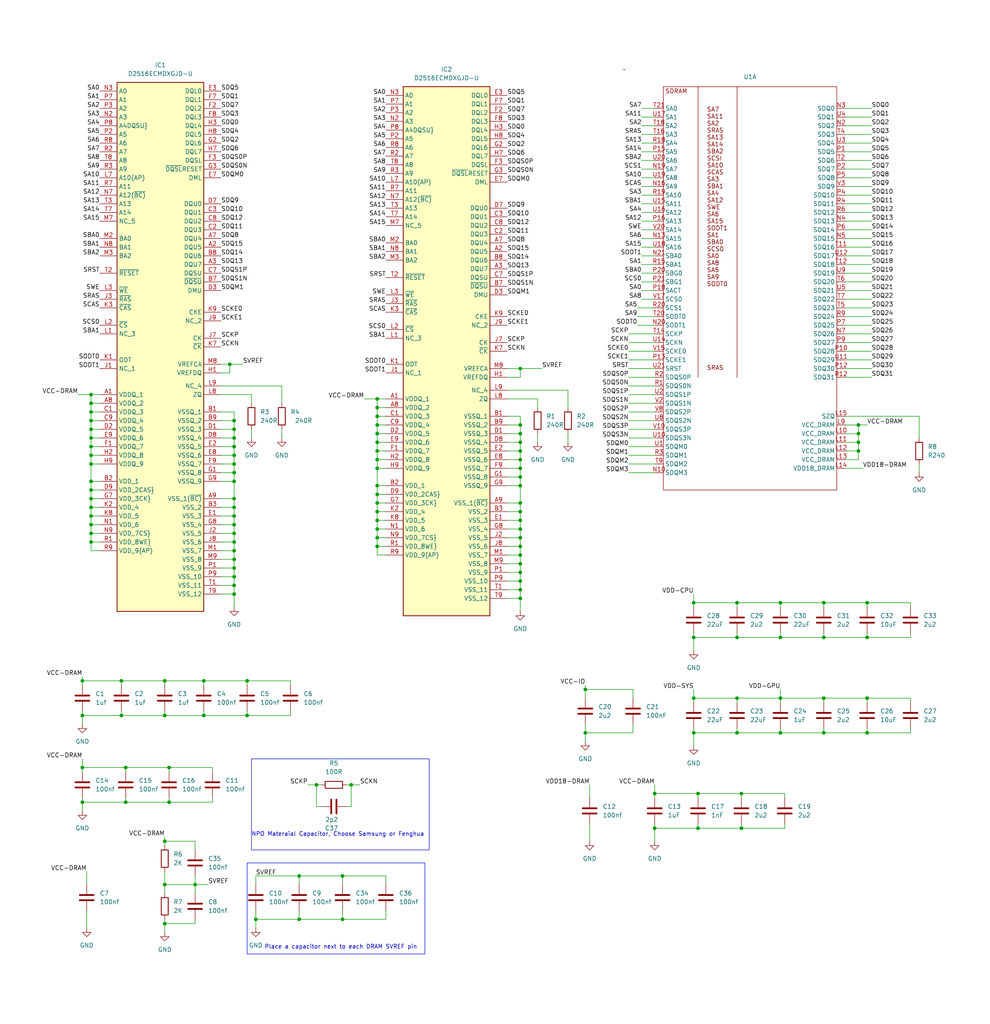
<source format=kicad_sch>
(kicad_sch (version 20230121) (generator eeschema)
  (paper "User" 289.992 299.999)
  (title_block (date "2023-06-28"))
  (junction (at 26.67 153.67))
  (junction (at 152.4 107.95))
  (junction (at 152.4 175.26))
  (junction (at 215.9 204.47))
  (junction (at 68.58 130.81))
  (junction (at 110.49 119.38))
  (junction (at 152.4 139.7))
  (junction (at 48.26 270.51))
  (junction (at 152.4 172.72))
  (junction (at 57.15 259.08))
  (junction (at 36.83 224.79))
  (junction (at 171.45 214.63))
  (junction (at 68.58 140.97))
  (junction (at 251.46 127))
  (junction (at 152.4 165.1))
  (junction (at 152.4 132.08))
  (junction (at 102.87 229.87))
  (junction (at 35.56 209.55))
  (junction (at 110.49 144.78))
  (junction (at 152.4 134.62))
  (junction (at 59.69 199.39))
  (junction (at 68.58 128.27))
  (junction (at 35.56 199.39))
  (junction (at 26.67 118.11))
  (junction (at 152.4 154.94))
  (junction (at 191.77 242.57))
  (junction (at 68.58 138.43))
  (junction (at 26.67 135.89))
  (junction (at 152.4 149.86))
  (junction (at 26.67 158.75))
  (junction (at 110.49 149.86))
  (junction (at 67.31 106.68))
  (junction (at 26.67 146.05))
  (junction (at 228.6 204.47))
  (junction (at 217.17 232.41))
  (junction (at 110.49 142.24))
  (junction (at 191.77 232.41))
  (junction (at 241.3 204.47))
  (junction (at 152.4 124.46))
  (junction (at 68.58 173.99))
  (junction (at 26.67 125.73))
  (junction (at 204.47 242.57))
  (junction (at 228.6 186.69))
  (junction (at 251.46 129.54))
  (junction (at 26.67 123.19))
  (junction (at 68.58 163.83))
  (junction (at 26.67 128.27))
  (junction (at 68.58 151.13))
  (junction (at 49.53 224.79))
  (junction (at 87.63 256.54))
  (junction (at 110.49 116.84))
  (junction (at 24.13 209.55))
  (junction (at 215.9 176.53))
  (junction (at 152.4 129.54))
  (junction (at 68.58 171.45))
  (junction (at 49.53 234.95))
  (junction (at 26.67 140.97))
  (junction (at 204.47 232.41))
  (junction (at 203.2 214.63))
  (junction (at 110.49 121.92))
  (junction (at 68.58 168.91))
  (junction (at 100.33 269.24))
  (junction (at 203.2 176.53))
  (junction (at 110.49 124.46))
  (junction (at 26.67 133.35))
  (junction (at 110.49 129.54))
  (junction (at 74.93 269.24))
  (junction (at 59.69 209.55))
  (junction (at 87.63 269.24))
  (junction (at 241.3 186.69))
  (junction (at 217.17 242.57))
  (junction (at 152.4 147.32))
  (junction (at 72.39 209.55))
  (junction (at 110.49 160.02))
  (junction (at 110.49 137.16))
  (junction (at 68.58 123.19))
  (junction (at 203.2 204.47))
  (junction (at 110.49 132.08))
  (junction (at 72.39 199.39))
  (junction (at 110.49 134.62))
  (junction (at 251.46 124.46))
  (junction (at 241.3 214.63))
  (junction (at 110.49 154.94))
  (junction (at 24.13 199.39))
  (junction (at 26.67 115.57))
  (junction (at 110.49 152.4))
  (junction (at 241.3 176.53))
  (junction (at 68.58 133.35))
  (junction (at 68.58 125.73))
  (junction (at 68.58 156.21))
  (junction (at 152.4 137.16))
  (junction (at 26.67 148.59))
  (junction (at 48.26 199.39))
  (junction (at 251.46 132.08))
  (junction (at 68.58 161.29))
  (junction (at 171.45 201.93))
  (junction (at 228.6 176.53))
  (junction (at 24.13 224.79))
  (junction (at 26.67 143.51))
  (junction (at 68.58 148.59))
  (junction (at 152.4 170.18))
  (junction (at 68.58 135.89))
  (junction (at 152.4 167.64))
  (junction (at 26.67 130.81))
  (junction (at 48.26 209.55))
  (junction (at 110.49 147.32))
  (junction (at 100.33 256.54))
  (junction (at 152.4 157.48))
  (junction (at 36.83 234.95))
  (junction (at 228.6 214.63))
  (junction (at 152.4 162.56))
  (junction (at 215.9 186.69))
  (junction (at 152.4 127))
  (junction (at 26.67 156.21))
  (junction (at 68.58 146.05))
  (junction (at 24.13 234.95))
  (junction (at 254 186.69))
  (junction (at 110.49 127))
  (junction (at 203.2 186.69))
  (junction (at 254 176.53))
  (junction (at 68.58 158.75))
  (junction (at 92.71 229.87))
  (junction (at 152.4 142.24))
  (junction (at 215.9 214.63))
  (junction (at 26.67 120.65))
  (junction (at 110.49 157.48))
  (junction (at 26.67 151.13))
  (junction (at 254 214.63))
  (junction (at 152.4 152.4))
  (junction (at 48.26 259.08))
  (junction (at 48.26 246.38))
  (junction (at 152.4 160.02))
  (junction (at 68.58 166.37))
  (junction (at 68.58 153.67))
  (junction (at 254 204.47))
  (wire (pts (xy 102.87 229.87) (xy 102.87 236.22)))
  (wire (pts (xy 187.96 67.31) (xy 191.77 67.31)))
  (wire (pts (xy 24.13 224.79) (xy 24.13 226.06)))
  (wire (pts (xy 85.09 208.28) (xy 85.09 209.55)))
  (wire (pts (xy 57.15 256.54) (xy 57.15 259.08)))
  (wire (pts (xy 64.77 153.67) (xy 68.58 153.67)))
  (wire (pts (xy 152.4 154.94) (xy 152.4 157.48)))
  (wire (pts (xy 172.72 229.87) (xy 172.72 233.68)))
  (wire (pts (xy 255.27 80.01) (xy 247.65 80.01)))
  (wire (pts (xy 184.15 100.33) (xy 191.77 100.33)))
  (wire (pts (xy 64.77 138.43) (xy 68.58 138.43)))
  (wire (pts (xy 187.96 62.23) (xy 191.77 62.23)))
  (wire (pts (xy 72.39 199.39) (xy 72.39 200.66)))
  (wire (pts (xy 64.77 140.97) (xy 68.58 140.97)))
  (wire (pts (xy 100.33 269.24) (xy 113.03 269.24)))
  (wire (pts (xy 215.9 213.36) (xy 215.9 214.63)))
  (wire (pts (xy 67.31 109.22) (xy 67.31 106.68)))
  (wire (pts (xy 251.46 132.08) (xy 251.46 129.54)))
  (wire (pts (xy 241.3 186.69) (xy 254 186.69)))
  (wire (pts (xy 101.6 229.87) (xy 102.87 229.87)))
  (wire (pts (xy 148.59 129.54) (xy 152.4 129.54)))
  (wire (pts (xy 110.49 124.46) (xy 110.49 121.92)))
  (wire (pts (xy 255.27 36.83) (xy 247.65 36.83)))
  (wire (pts (xy 26.67 125.73) (xy 26.67 123.19)))
  (wire (pts (xy 110.49 119.38) (xy 110.49 116.84)))
  (wire (pts (xy 24.13 198.12) (xy 24.13 199.39)))
  (wire (pts (xy 148.59 167.64) (xy 152.4 167.64)))
  (wire (pts (xy 87.63 256.54) (xy 100.33 256.54)))
  (wire (pts (xy 152.4 147.32) (xy 152.4 149.86)))
  (wire (pts (xy 191.77 232.41) (xy 191.77 233.68)))
  (wire (pts (xy 191.77 241.3) (xy 191.77 242.57)))
  (wire (pts (xy 110.49 137.16) (xy 110.49 134.62)))
  (wire (pts (xy 48.26 208.28) (xy 48.26 209.55)))
  (wire (pts (xy 67.31 106.68) (xy 71.12 106.68)))
  (wire (pts (xy 26.67 128.27) (xy 26.67 125.73)))
  (wire (pts (xy 255.27 82.55) (xy 247.65 82.55)))
  (wire (pts (xy 247.65 129.54) (xy 251.46 129.54)))
  (wire (pts (xy 68.58 123.19) (xy 68.58 125.73)))
  (wire (pts (xy 228.6 185.42) (xy 228.6 186.69)))
  (wire (pts (xy 24.13 234.95) (xy 24.13 237.49)))
  (wire (pts (xy 251.46 134.62) (xy 251.46 132.08)))
  (wire (pts (xy 148.59 170.18) (xy 152.4 170.18)))
  (wire (pts (xy 26.67 120.65) (xy 29.21 120.65)))
  (wire (pts (xy 215.9 185.42) (xy 215.9 186.69)))
  (wire (pts (xy 255.27 49.53) (xy 247.65 49.53)))
  (wire (pts (xy 171.45 201.93) (xy 171.45 204.47)))
  (wire (pts (xy 68.58 130.81) (xy 68.58 133.35)))
  (wire (pts (xy 228.6 186.69) (xy 241.3 186.69)))
  (wire (pts (xy 148.59 127) (xy 152.4 127)))
  (wire (pts (xy 152.4 172.72) (xy 152.4 175.26)))
  (wire (pts (xy 152.4 132.08) (xy 152.4 134.62)))
  (wire (pts (xy 255.27 87.63) (xy 247.65 87.63)))
  (wire (pts (xy 148.59 110.49) (xy 152.4 110.49)))
  (wire (pts (xy 215.9 204.47) (xy 215.9 205.74)))
  (wire (pts (xy 64.77 151.13) (xy 68.58 151.13)))
  (wire (pts (xy 255.27 77.47) (xy 247.65 77.47)))
  (wire (pts (xy 26.67 123.19) (xy 26.67 120.65)))
  (wire (pts (xy 24.13 222.25) (xy 24.13 224.79)))
  (wire (pts (xy 24.13 208.28) (xy 24.13 209.55)))
  (wire (pts (xy 148.59 116.84) (xy 157.48 116.84)))
  (wire (pts (xy 152.4 107.95) (xy 152.4 110.49)))
  (wire (pts (xy 110.49 157.48) (xy 113.03 157.48)))
  (wire (pts (xy 187.96 39.37) (xy 191.77 39.37)))
  (wire (pts (xy 110.49 154.94) (xy 113.03 154.94)))
  (wire (pts (xy 254 204.47) (xy 266.7 204.47)))
  (wire (pts (xy 152.4 142.24) (xy 152.4 147.32)))
  (wire (pts (xy 148.59 137.16) (xy 152.4 137.16)))
  (wire (pts (xy 26.67 130.81) (xy 26.67 128.27)))
  (wire (pts (xy 217.17 232.41) (xy 217.17 233.68)))
  (wire (pts (xy 204.47 241.3) (xy 204.47 242.57)))
  (wire (pts (xy 152.4 160.02) (xy 152.4 162.56)))
  (wire (pts (xy 62.23 224.79) (xy 62.23 226.06)))
  (wire (pts (xy 187.96 54.61) (xy 191.77 54.61)))
  (wire (pts (xy 148.59 107.95) (xy 152.4 107.95)))
  (wire (pts (xy 241.3 214.63) (xy 254 214.63)))
  (wire (pts (xy 148.59 152.4) (xy 152.4 152.4)))
  (wire (pts (xy 49.53 224.79) (xy 49.53 226.06)))
  (wire (pts (xy 254 185.42) (xy 254 186.69)))
  (wire (pts (xy 152.4 149.86) (xy 152.4 152.4)))
  (wire (pts (xy 100.33 256.54) (xy 100.33 259.08)))
  (wire (pts (xy 68.58 125.73) (xy 68.58 128.27)))
  (wire (pts (xy 92.71 229.87) (xy 93.98 229.87)))
  (wire (pts (xy 100.33 266.7) (xy 100.33 269.24)))
  (wire (pts (xy 172.72 241.3) (xy 172.72 246.38)))
  (wire (pts (xy 68.58 140.97) (xy 68.58 146.05)))
  (wire (pts (xy 152.4 170.18) (xy 152.4 172.72)))
  (wire (pts (xy 191.77 242.57) (xy 204.47 242.57)))
  (wire (pts (xy 57.15 259.08) (xy 60.96 259.08)))
  (wire (pts (xy 187.96 52.07) (xy 191.77 52.07)))
  (wire (pts (xy 110.49 129.54) (xy 110.49 127)))
  (wire (pts (xy 110.49 121.92) (xy 110.49 119.38)))
  (wire (pts (xy 148.59 147.32) (xy 152.4 147.32)))
  (wire (pts (xy 48.26 269.24) (xy 48.26 270.51)))
  (wire (pts (xy 148.59 175.26) (xy 152.4 175.26)))
  (wire (pts (xy 184.15 105.41) (xy 191.77 105.41)))
  (wire (pts (xy 29.21 161.29) (xy 26.67 161.29)))
  (wire (pts (xy 152.4 167.64) (xy 152.4 170.18)))
  (wire (pts (xy 64.77 173.99) (xy 68.58 173.99)))
  (wire (pts (xy 255.27 67.31) (xy 247.65 67.31)))
  (wire (pts (xy 110.49 147.32) (xy 110.49 144.78)))
  (wire (pts (xy 171.45 201.93) (xy 185.42 201.93)))
  (wire (pts (xy 254 176.53) (xy 266.7 176.53)))
  (wire (pts (xy 255.27 105.41) (xy 247.65 105.41)))
  (wire (pts (xy 255.27 92.71) (xy 247.65 92.71)))
  (wire (pts (xy 228.6 213.36) (xy 228.6 214.63)))
  (wire (pts (xy 110.49 147.32) (xy 113.03 147.32)))
  (wire (pts (xy 241.3 204.47) (xy 254 204.47)))
  (wire (pts (xy 241.3 213.36) (xy 241.3 214.63)))
  (wire (pts (xy 64.77 113.03) (xy 82.55 113.03)))
  (wire (pts (xy 186.69 95.25) (xy 191.77 95.25)))
  (wire (pts (xy 74.93 269.24) (xy 74.93 271.78)))
  (wire (pts (xy 255.27 52.07) (xy 247.65 52.07)))
  (wire (pts (xy 148.59 134.62) (xy 152.4 134.62)))
  (wire (pts (xy 110.49 124.46) (xy 113.03 124.46)))
  (wire (pts (xy 166.37 127) (xy 166.37 129.54)))
  (wire (pts (xy 229.87 232.41) (xy 229.87 233.68)))
  (wire (pts (xy 187.96 59.69) (xy 191.77 59.69)))
  (wire (pts (xy 36.83 234.95) (xy 49.53 234.95)))
  (wire (pts (xy 184.15 97.79) (xy 191.77 97.79)))
  (wire (pts (xy 64.77 166.37) (xy 68.58 166.37)))
  (wire (pts (xy 26.67 140.97) (xy 29.21 140.97)))
  (wire (pts (xy 255.27 97.79) (xy 247.65 97.79)))
  (wire (pts (xy 269.24 135.89) (xy 269.24 138.43)))
  (wire (pts (xy 254 214.63) (xy 266.7 214.63)))
  (wire (pts (xy 68.58 138.43) (xy 68.58 140.97)))
  (wire (pts (xy 251.46 127) (xy 251.46 124.46)))
  (wire (pts (xy 74.93 256.54) (xy 74.93 259.08)))
  (wire (pts (xy 68.58 146.05) (xy 68.58 148.59)))
  (wire (pts (xy 64.77 156.21) (xy 68.58 156.21)))
  (wire (pts (xy 187.96 74.93) (xy 191.77 74.93)))
  (wire (pts (xy 49.53 233.68) (xy 49.53 234.95)))
  (wire (pts (xy 255.27 69.85) (xy 247.65 69.85)))
  (wire (pts (xy 26.67 156.21) (xy 26.67 153.67)))
  (wire (pts (xy 217.17 241.3) (xy 217.17 242.57)))
  (wire (pts (xy 110.49 129.54) (xy 113.03 129.54)))
  (wire (pts (xy 87.63 256.54) (xy 87.63 259.08)))
  (wire (pts (xy 35.56 209.55) (xy 48.26 209.55)))
  (wire (pts (xy 87.63 269.24) (xy 100.33 269.24)))
  (wire (pts (xy 148.59 114.3) (xy 166.37 114.3)))
  (wire (pts (xy 187.96 64.77) (xy 191.77 64.77)))
  (wire (pts (xy 110.49 127) (xy 110.49 124.46)))
  (wire (pts (xy 204.47 232.41) (xy 204.47 233.68)))
  (wire (pts (xy 57.15 248.92) (xy 57.15 246.38)))
  (wire (pts (xy 152.4 127) (xy 152.4 129.54)))
  (wire (pts (xy 187.96 57.15) (xy 191.77 57.15)))
  (wire (pts (xy 35.56 199.39) (xy 35.56 200.66)))
  (wire (pts (xy 215.9 214.63) (xy 228.6 214.63)))
  (wire (pts (xy 204.47 242.57) (xy 217.17 242.57)))
  (wire (pts (xy 255.27 110.49) (xy 247.65 110.49)))
  (wire (pts (xy 184.15 120.65) (xy 191.77 120.65)))
  (wire (pts (xy 148.59 157.48) (xy 152.4 157.48)))
  (wire (pts (xy 26.67 156.21) (xy 29.21 156.21)))
  (wire (pts (xy 24.13 224.79) (xy 36.83 224.79)))
  (wire (pts (xy 68.58 166.37) (xy 68.58 168.91)))
  (wire (pts (xy 184.15 130.81) (xy 191.77 130.81)))
  (wire (pts (xy 148.59 172.72) (xy 152.4 172.72)))
  (wire (pts (xy 113.03 256.54) (xy 113.03 259.08)))
  (wire (pts (xy 64.77 123.19) (xy 68.58 123.19)))
  (wire (pts (xy 68.58 158.75) (xy 68.58 161.29)))
  (wire (pts (xy 68.58 163.83) (xy 68.58 166.37)))
  (wire (pts (xy 74.93 269.24) (xy 87.63 269.24)))
  (wire (pts (xy 48.26 270.51) (xy 57.15 270.51)))
  (wire (pts (xy 26.67 115.57) (xy 29.21 115.57)))
  (wire (pts (xy 26.67 123.19) (xy 29.21 123.19)))
  (wire (pts (xy 247.65 134.62) (xy 251.46 134.62)))
  (wire (pts (xy 148.59 132.08) (xy 152.4 132.08)))
  (wire (pts (xy 64.77 109.22) (xy 67.31 109.22)))
  (wire (pts (xy 24.13 200.66) (xy 24.13 199.39)))
  (wire (pts (xy 26.67 148.59) (xy 29.21 148.59)))
  (wire (pts (xy 203.2 186.69) (xy 203.2 190.5)))
  (wire (pts (xy 64.77 133.35) (xy 68.58 133.35)))
  (wire (pts (xy 110.49 121.92) (xy 113.03 121.92)))
  (wire (pts (xy 187.96 80.01) (xy 191.77 80.01)))
  (wire (pts (xy 203.2 213.36) (xy 203.2 214.63)))
  (wire (pts (xy 187.96 82.55) (xy 191.77 82.55)))
  (wire (pts (xy 255.27 59.69) (xy 247.65 59.69)))
  (wire (pts (xy 269.24 121.92) (xy 269.24 128.27)))
  (wire (pts (xy 26.67 146.05) (xy 26.67 143.51)))
  (wire (pts (xy 184.15 125.73) (xy 191.77 125.73)))
  (wire (pts (xy 228.6 176.53) (xy 241.3 176.53)))
  (wire (pts (xy 152.4 162.56) (xy 152.4 165.1)))
  (wire (pts (xy 26.67 151.13) (xy 29.21 151.13)))
  (wire (pts (xy 266.7 185.42) (xy 266.7 186.69)))
  (wire (pts (xy 254 213.36) (xy 254 214.63)))
  (wire (pts (xy 187.96 87.63) (xy 191.77 87.63)))
  (wire (pts (xy 191.77 229.87) (xy 191.77 232.41)))
  (wire (pts (xy 57.15 269.24) (xy 57.15 270.51)))
  (wire (pts (xy 255.27 107.95) (xy 247.65 107.95)))
  (wire (pts (xy 186.69 90.17) (xy 191.77 90.17)))
  (wire (pts (xy 247.65 137.16) (xy 252.73 137.16)))
  (wire (pts (xy 148.59 162.56) (xy 152.4 162.56)))
  (wire (pts (xy 255.27 100.33) (xy 247.65 100.33)))
  (wire (pts (xy 68.58 171.45) (xy 68.58 173.99)))
  (wire (pts (xy 48.26 259.08) (xy 57.15 259.08)))
  (wire (pts (xy 68.58 133.35) (xy 68.58 135.89)))
  (wire (pts (xy 110.49 157.48) (xy 110.49 154.94)))
  (wire (pts (xy 187.96 36.83) (xy 191.77 36.83)))
  (wire (pts (xy 184.15 113.03) (xy 191.77 113.03)))
  (wire (pts (xy 251.46 124.46) (xy 254 124.46)))
  (wire (pts (xy 229.87 241.3) (xy 229.87 242.57)))
  (wire (pts (xy 68.58 148.59) (xy 68.58 151.13)))
  (wire (pts (xy 25.4 266.7) (xy 25.4 271.78)))
  (wire (pts (xy 90.17 229.87) (xy 92.71 229.87)))
  (wire (pts (xy 255.27 64.77) (xy 247.65 64.77)))
  (wire (pts (xy 241.3 204.47) (xy 241.3 205.74)))
  (wire (pts (xy 48.26 199.39) (xy 48.26 200.66)))
  (wire (pts (xy 26.67 158.75) (xy 26.67 156.21)))
  (wire (pts (xy 26.67 128.27) (xy 29.21 128.27)))
  (wire (pts (xy 26.67 153.67) (xy 29.21 153.67)))
  (wire (pts (xy 68.58 173.99) (xy 68.58 177.8)))
  (wire (pts (xy 152.4 152.4) (xy 152.4 154.94)))
  (wire (pts (xy 184.15 110.49) (xy 191.77 110.49)))
  (wire (pts (xy 72.39 209.55) (xy 85.09 209.55)))
  (wire (pts (xy 26.67 158.75) (xy 29.21 158.75)))
  (wire (pts (xy 241.3 176.53) (xy 254 176.53)))
  (wire (pts (xy 157.48 116.84) (xy 157.48 119.38)))
  (wire (pts (xy 48.26 209.55) (xy 59.69 209.55)))
  (wire (pts (xy 35.56 199.39) (xy 48.26 199.39)))
  (wire (pts (xy 68.58 151.13) (xy 68.58 153.67)))
  (wire (pts (xy 106.68 116.84) (xy 110.49 116.84)))
  (wire (pts (xy 187.96 72.39) (xy 191.77 72.39)))
  (wire (pts (xy 64.77 130.81) (xy 68.58 130.81)))
  (wire (pts (xy 64.77 163.83) (xy 68.58 163.83)))
  (wire (pts (xy 152.4 124.46) (xy 152.4 127)))
  (wire (pts (xy 113.03 266.7) (xy 113.03 269.24)))
  (wire (pts (xy 255.27 95.25) (xy 247.65 95.25)))
  (wire (pts (xy 247.65 124.46) (xy 251.46 124.46)))
  (wire (pts (xy 24.13 234.95) (xy 36.83 234.95)))
  (wire (pts (xy 48.26 246.38) (xy 48.26 247.65)))
  (wire (pts (xy 184.15 107.95) (xy 191.77 107.95)))
  (wire (pts (xy 110.49 144.78) (xy 113.03 144.78)))
  (wire (pts (xy 110.49 132.08) (xy 110.49 129.54)))
  (wire (pts (xy 228.6 204.47) (xy 228.6 205.74)))
  (wire (pts (xy 255.27 72.39) (xy 247.65 72.39)))
  (wire (pts (xy 215.9 186.69) (xy 228.6 186.69)))
  (wire (pts (xy 85.09 199.39) (xy 85.09 200.66)))
  (wire (pts (xy 26.67 143.51) (xy 29.21 143.51)))
  (wire (pts (xy 68.58 120.65) (xy 68.58 123.19)))
  (wire (pts (xy 64.77 135.89) (xy 68.58 135.89)))
  (wire (pts (xy 228.6 201.93) (xy 228.6 204.47)))
  (wire (pts (xy 148.59 121.92) (xy 152.4 121.92)))
  (wire (pts (xy 74.93 256.54) (xy 87.63 256.54)))
  (wire (pts (xy 57.15 246.38) (xy 48.26 246.38)))
  (wire (pts (xy 82.55 118.11) (xy 82.55 113.03)))
  (wire (pts (xy 204.47 232.41) (xy 217.17 232.41)))
  (wire (pts (xy 203.2 204.47) (xy 203.2 205.74)))
  (wire (pts (xy 215.9 176.53) (xy 228.6 176.53)))
  (wire (pts (xy 110.49 132.08) (xy 113.03 132.08)))
  (wire (pts (xy 48.26 270.51) (xy 48.26 273.05)))
  (wire (pts (xy 203.2 185.42) (xy 203.2 186.69)))
  (wire (pts (xy 254 176.53) (xy 254 177.8)))
  (wire (pts (xy 36.83 224.79) (xy 36.83 226.06)))
  (wire (pts (xy 152.4 121.92) (xy 152.4 124.46)))
  (wire (pts (xy 35.56 208.28) (xy 35.56 209.55)))
  (wire (pts (xy 203.2 176.53) (xy 215.9 176.53)))
  (wire (pts (xy 64.77 128.27) (xy 68.58 128.27)))
  (wire (pts (xy 187.96 44.45) (xy 191.77 44.45)))
  (wire (pts (xy 110.49 149.86) (xy 113.03 149.86)))
  (wire (pts (xy 24.13 233.68) (xy 24.13 234.95)))
  (wire (pts (xy 254 186.69) (xy 266.7 186.69)))
  (wire (pts (xy 148.59 139.7) (xy 152.4 139.7)))
  (wire (pts (xy 110.49 152.4) (xy 113.03 152.4)))
  (wire (pts (xy 26.67 133.35) (xy 29.21 133.35)))
  (wire (pts (xy 110.49 142.24) (xy 110.49 137.16)))
  (wire (pts (xy 26.67 118.11) (xy 26.67 115.57)))
  (wire (pts (xy 184.15 128.27) (xy 191.77 128.27)))
  (wire (pts (xy 152.4 157.48) (xy 152.4 160.02)))
  (wire (pts (xy 48.26 255.27) (xy 48.26 259.08)))
  (wire (pts (xy 26.67 148.59) (xy 26.67 146.05)))
  (wire (pts (xy 148.59 165.1) (xy 152.4 165.1)))
  (wire (pts (xy 49.53 234.95) (xy 62.23 234.95)))
  (wire (pts (xy 68.58 135.89) (xy 68.58 138.43)))
  (wire (pts (xy 48.26 199.39) (xy 59.69 199.39)))
  (wire (pts (xy 171.45 212.09) (xy 171.45 214.63)))
  (wire (pts (xy 26.67 151.13) (xy 26.67 148.59)))
  (wire (pts (xy 157.48 127) (xy 157.48 129.54)))
  (wire (pts (xy 255.27 62.23) (xy 247.65 62.23)))
  (wire (pts (xy 22.86 115.57) (xy 26.67 115.57)))
  (wire (pts (xy 110.49 137.16) (xy 113.03 137.16)))
  (wire (pts (xy 26.67 146.05) (xy 29.21 146.05)))
  (wire (pts (xy 24.13 209.55) (xy 24.13 212.09)))
  (wire (pts (xy 191.77 242.57) (xy 191.77 246.38)))
  (wire (pts (xy 110.49 152.4) (xy 110.49 149.86)))
  (wire (pts (xy 72.39 199.39) (xy 85.09 199.39)))
  (wire (pts (xy 68.58 161.29) (xy 68.58 163.83)))
  (wire (pts (xy 148.59 160.02) (xy 152.4 160.02)))
  (wire (pts (xy 26.67 130.81) (xy 29.21 130.81)))
  (wire (pts (xy 24.13 199.39) (xy 35.56 199.39)))
  (wire (pts (xy 171.45 200.66) (xy 171.45 201.93)))
  (wire (pts (xy 110.49 144.78) (xy 110.49 142.24)))
  (wire (pts (xy 203.2 186.69) (xy 215.9 186.69)))
  (wire (pts (xy 152.4 165.1) (xy 152.4 167.64)))
  (wire (pts (xy 247.65 127) (xy 251.46 127)))
  (wire (pts (xy 110.49 134.62) (xy 110.49 132.08)))
  (wire (pts (xy 266.7 204.47) (xy 266.7 205.74)))
  (wire (pts (xy 187.96 34.29) (xy 191.77 34.29)))
  (wire (pts (xy 36.83 233.68) (xy 36.83 234.95)))
  (wire (pts (xy 48.26 245.11) (xy 48.26 246.38)))
  (wire (pts (xy 100.33 256.54) (xy 113.03 256.54)))
  (wire (pts (xy 68.58 128.27) (xy 68.58 130.81)))
  (wire (pts (xy 26.67 161.29) (xy 26.67 158.75)))
  (wire (pts (xy 217.17 232.41) (xy 229.87 232.41)))
  (wire (pts (xy 26.67 135.89) (xy 26.67 133.35)))
  (wire (pts (xy 184.15 102.87) (xy 191.77 102.87)))
  (wire (pts (xy 148.59 124.46) (xy 152.4 124.46)))
  (wire (pts (xy 186.69 92.71) (xy 191.77 92.71)))
  (wire (pts (xy 255.27 90.17) (xy 247.65 90.17)))
  (wire (pts (xy 152.4 129.54) (xy 152.4 132.08)))
  (wire (pts (xy 64.77 125.73) (xy 68.58 125.73)))
  (wire (pts (xy 255.27 44.45) (xy 247.65 44.45)))
  (wire (pts (xy 187.96 46.99) (xy 191.77 46.99)))
  (wire (pts (xy 171.45 214.63) (xy 171.45 217.17)))
  (wire (pts (xy 247.65 132.08) (xy 251.46 132.08)))
  (wire (pts (xy 148.59 149.86) (xy 152.4 149.86)))
  (wire (pts (xy 255.27 34.29) (xy 247.65 34.29)))
  (wire (pts (xy 48.26 259.08) (xy 48.26 261.62)))
  (wire (pts (xy 93.98 236.22) (xy 92.71 236.22)))
  (wire (pts (xy 203.2 201.93) (xy 203.2 204.47)))
  (wire (pts (xy 67.31 106.68) (xy 64.77 106.68)))
  (wire (pts (xy 68.58 156.21) (xy 68.58 158.75)))
  (wire (pts (xy 92.71 229.87) (xy 92.71 236.22)))
  (wire (pts (xy 113.03 162.56) (xy 110.49 162.56)))
  (wire (pts (xy 36.83 224.79) (xy 49.53 224.79)))
  (wire (pts (xy 24.13 209.55) (xy 35.56 209.55)))
  (wire (pts (xy 26.67 153.67) (xy 26.67 151.13)))
  (wire (pts (xy 203.2 176.53) (xy 203.2 177.8)))
  (wire (pts (xy 241.3 176.53) (xy 241.3 177.8)))
  (wire (pts (xy 59.69 199.39) (xy 72.39 199.39)))
  (wire (pts (xy 184.15 123.19) (xy 191.77 123.19)))
  (wire (pts (xy 49.53 224.79) (xy 62.23 224.79)))
  (wire (pts (xy 217.17 242.57) (xy 229.87 242.57)))
  (wire (pts (xy 185.42 214.63) (xy 171.45 214.63)))
  (wire (pts (xy 152.4 175.26) (xy 152.4 179.07)))
  (wire (pts (xy 228.6 214.63) (xy 241.3 214.63)))
  (wire (pts (xy 228.6 204.47) (xy 241.3 204.47)))
  (wire (pts (xy 187.96 85.09) (xy 191.77 85.09)))
  (wire (pts (xy 110.49 160.02) (xy 110.49 157.48)))
  (wire (pts (xy 59.69 209.55) (xy 72.39 209.55)))
  (wire (pts (xy 241.3 185.42) (xy 241.3 186.69)))
  (wire (pts (xy 215.9 204.47) (xy 228.6 204.47)))
  (wire (pts (xy 187.96 69.85) (xy 191.77 69.85)))
  (wire (pts (xy 266.7 176.53) (xy 266.7 177.8)))
  (wire (pts (xy 255.27 85.09) (xy 247.65 85.09)))
  (wire (pts (xy 64.77 115.57) (xy 73.66 115.57)))
  (wire (pts (xy 68.58 153.67) (xy 68.58 156.21)))
  (wire (pts (xy 251.46 129.54) (xy 251.46 127)))
  (wire (pts (xy 110.49 127) (xy 113.03 127)))
  (wire (pts (xy 82.55 125.73) (xy 82.55 128.27)))
  (wire (pts (xy 110.49 134.62) (xy 113.03 134.62)))
  (wire (pts (xy 110.49 116.84) (xy 113.03 116.84)))
  (wire (pts (xy 255.27 31.75) (xy 247.65 31.75)))
  (wire (pts (xy 187.96 41.91) (xy 191.77 41.91)))
  (wire (pts (xy 247.65 121.92) (xy 269.24 121.92)))
  (wire (pts (xy 191.77 232.41) (xy 204.47 232.41)))
  (wire (pts (xy 184.15 135.89) (xy 191.77 135.89)))
  (wire (pts (xy 254 204.47) (xy 254 205.74)))
  (wire (pts (xy 187.96 77.47) (xy 191.77 77.47)))
  (wire (pts (xy 74.93 266.7) (xy 74.93 269.24)))
  (wire (pts (xy 255.27 46.99) (xy 247.65 46.99)))
  (wire (pts (xy 68.58 168.91) (xy 68.58 171.45)))
  (wire (pts (xy 255.27 74.93) (xy 247.65 74.93)))
  (wire (pts (xy 166.37 119.38) (xy 166.37 114.3)))
  (wire (pts (xy 152.4 134.62) (xy 152.4 137.16)))
  (wire (pts (xy 255.27 102.87) (xy 247.65 102.87)))
  (wire (pts (xy 64.77 120.65) (xy 68.58 120.65)))
  (wire (pts (xy 101.6 236.22) (xy 102.87 236.22)))
  (wire (pts (xy 25.4 255.27) (xy 25.4 259.08)))
  (wire (pts (xy 26.67 135.89) (xy 29.21 135.89)))
  (wire (pts (xy 59.69 208.28) (xy 59.69 209.55)))
  (wire (pts (xy 255.27 41.91) (xy 247.65 41.91)))
  (wire (pts (xy 215.9 176.53) (xy 215.9 177.8)))
  (wire (pts (xy 203.2 214.63) (xy 215.9 214.63)))
  (wire (pts (xy 184.15 138.43) (xy 191.77 138.43)))
  (wire (pts (xy 203.2 214.63) (xy 203.2 218.44)))
  (wire (pts (xy 87.63 266.7) (xy 87.63 269.24)))
  (wire (pts (xy 110.49 142.24) (xy 113.03 142.24)))
  (wire (pts (xy 110.49 154.94) (xy 110.49 152.4)))
  (wire (pts (xy 148.59 142.24) (xy 152.4 142.24)))
  (wire (pts (xy 148.59 154.94) (xy 152.4 154.94)))
  (wire (pts (xy 110.49 119.38) (xy 113.03 119.38)))
  (wire (pts (xy 203.2 204.47) (xy 215.9 204.47)))
  (wire (pts (xy 184.15 133.35) (xy 191.77 133.35)))
  (wire (pts (xy 110.49 160.02) (xy 113.03 160.02)))
  (wire (pts (xy 102.87 229.87) (xy 105.41 229.87)))
  (wire (pts (xy 26.67 143.51) (xy 26.67 140.97)))
  (wire (pts (xy 26.67 120.65) (xy 26.67 118.11)))
  (wire (pts (xy 110.49 149.86) (xy 110.49 147.32)))
  (wire (pts (xy 64.77 168.91) (xy 68.58 168.91)))
  (wire (pts (xy 73.66 125.73) (xy 73.66 128.27)))
  (wire (pts (xy 110.49 162.56) (xy 110.49 160.02)))
  (wire (pts (xy 255.27 54.61) (xy 247.65 54.61)))
  (wire (pts (xy 203.2 173.99) (xy 203.2 176.53)))
  (wire (pts (xy 72.39 208.28) (xy 72.39 209.55)))
  (wire (pts (xy 59.69 199.39) (xy 59.69 200.66)))
  (wire (pts (xy 152.4 107.95) (xy 158.75 107.95)))
  (wire (pts (xy 26.67 133.35) (xy 26.67 130.81)))
  (wire (pts (xy 152.4 139.7) (xy 152.4 142.24)))
  (wire (pts (xy 64.77 148.59) (xy 68.58 148.59)))
  (wire (pts (xy 62.23 233.68) (xy 62.23 234.95)))
  (wire (pts (xy 266.7 213.36) (xy 266.7 214.63)))
  (wire (pts (xy 64.77 158.75) (xy 68.58 158.75)))
  (wire (pts (xy 26.67 140.97) (xy 26.67 135.89)))
  (wire (pts (xy 255.27 39.37) (xy 247.65 39.37)))
  (wire (pts (xy 64.77 171.45) (xy 68.58 171.45)))
  (wire (pts (xy 185.42 201.93) (xy 185.42 204.47)))
  (wire (pts (xy 152.4 137.16) (xy 152.4 139.7)))
  (wire (pts (xy 57.15 259.08) (xy 57.15 261.62)))
  (wire (pts (xy 184.15 118.11) (xy 191.77 118.11)))
  (wire (pts (xy 64.77 161.29) (xy 68.58 161.29)))
  (wire (pts (xy 228.6 176.53) (xy 228.6 177.8)))
  (wire (pts (xy 255.27 57.15) (xy 247.65 57.15)))
  (wire (pts (xy 26.67 118.11) (xy 29.21 118.11)))
  (wire (pts (xy 64.77 146.05) (xy 68.58 146.05)))
  (wire (pts (xy 187.96 31.75) (xy 191.77 31.75)))
  (wire (pts (xy 185.42 212.09) (xy 185.42 214.63)))
  (wire (pts (xy 184.15 115.57) (xy 191.77 115.57)))
  (wire (pts (xy 26.67 125.73) (xy 29.21 125.73)))
  (wire (pts (xy 73.66 115.57) (xy 73.66 118.11)))
  (wire (pts (xy 187.96 49.53) (xy 191.77 49.53)))
  (rectangle (start 73.66 222.25) (end 125.73 248.92))
  (rectangle (start 72.39 252.73) (end 124.46 279.4))
  (text "NPO Materaial Capacitor, Choose Samsung or Fenghua\n" (at 73.66 245.11 0) (effects (font (size 1.2 1.2)) (justify left bottom)))
  (text "Place a capacitor next to each DRAM SVREF pin" (at 77.47 278.13 0) (effects (font (size 1.2 1.2)) (justify left bottom)))
  (label "SDQ8" (at 64.77 69.85 0))
  (label "SCS1" (at 187.96 49.53 180))
  (label "VCC-DRAM" (at 254 124.46 0))
  (label "SDQ19" (at 255.27 80.01 0))
  (label "SDQS1N" (at 148.59 83.82 0))
  (label "SDQ9" (at 255.27 54.61 0))
  (label "SDQS0N" (at 64.77 49.53 0))
  (label "SDQ3" (at 148.59 35.56 0))
  (label "SDQ8" (at 148.59 71.12 0))
  (label "SA15" (at 187.96 72.39 180))
  (label "SDQ0" (at 148.59 38.1 0))
  (label "SDQ24" (at 255.27 92.71 0))
  (label "SRAS" (at 187.96 39.37 180))
  (label "SDQ0" (at 255.27 31.75 0))
  (label "SDQM1" (at 184.15 133.35 180))
  (label "SCKP" (at 148.59 100.33 0))
  (label "SA6" (at 187.96 69.85 180))
  (label "SDQ12" (at 255.27 62.23 0))
  (label "SDQS1N" (at 184.15 118.11 180))
  (label "SA7" (at 29.21 44.45 180))
  (label "SDQ14" (at 64.77 74.93 0))
  (label "SODT1" (at 113.03 109.22 180))
  (label "SDQ16" (at 255.27 72.39 0))
  (label "SA13" (at 187.96 41.91 180))
  (label "SVREF" (at 71.12 106.68 0))
  (label "SDQ6" (at 255.27 46.99 0))
  (label "SDQ5" (at 64.77 26.67 0))
  (label "SCS0" (at 29.21 95.25 180))
  (label "VDD-GPU" (at 228.6 201.93 180))
  (label "SA11" (at 113.03 55.88 180))
  (label "SWE" (at 187.96 67.31 180))
  (label "SA3" (at 29.21 34.29 180))
  (label "SDQ23" (at 255.27 90.17 0))
  (label "SCKE0" (at 184.15 102.87 180))
  (label "SDQ14" (at 148.59 76.2 0))
  (label "SA7" (at 187.96 31.75 180))
  (label "SRST" (at 113.03 81.28 180))
  (label "SBA2" (at 187.96 46.99 180))
  (label "SDQ7" (at 64.77 31.75 0))
  (label "SVREF" (at 158.75 107.95 0))
  (label "VCC-DRAM" (at 48.26 245.11 180))
  (label "SA0" (at 113.03 27.94 180))
  (label "SA10" (at 113.03 53.34 180))
  (label "VDD18-DRAM" (at 252.73 137.16 0))
  (label "SA7" (at 113.03 45.72 180))
  (label "SDQS3N" (at 184.15 128.27 180))
  (label "SA0" (at 187.96 85.09 180))
  (label "SDQ10" (at 255.27 57.15 0))
  (label "SBA1" (at 113.03 99.06 180))
  (label "SA15" (at 113.03 66.04 180))
  (label "SBA0" (at 113.03 71.12 180))
  (label "SDQ29" (at 255.27 105.41 0))
  (label "SDQ11" (at 255.27 59.69 0))
  (label "SWE" (at 29.21 85.09 180))
  (label "SDQ9" (at 148.59 60.96 0))
  (label "SA6" (at 113.03 43.18 180))
  (label "SCKE1" (at 148.59 95.25 0))
  (label "SDQ15" (at 148.59 73.66 0))
  (label "SDQ21" (at 255.27 85.09 0))
  (label "VCC-IO" (at 171.45 200.66 180))
  (label "SRST" (at 29.21 80.01 180))
  (label "SCAS" (at 113.03 91.44 180))
  (label "SA1" (at 29.21 29.21 180))
  (label "SA2" (at 187.96 36.83 180))
  (label "SBA1" (at 29.21 72.39 180))
  (label "SDQ22" (at 255.27 87.63 0))
  (label "SDQS0P" (at 148.59 48.26 0))
  (label "SA2" (at 29.21 31.75 180))
  (label "SA14" (at 29.21 62.23 180))
  (label "SDQS0P" (at 64.77 46.99 0))
  (label "SDQS1P" (at 148.59 81.28 0))
  (label "SCKN" (at 184.15 100.33 180))
  (label "SDQ2" (at 148.59 43.18 0))
  (label "SA11" (at 187.96 34.29 180))
  (label "SDQ12" (at 64.77 64.77 0))
  (label "SDQM0" (at 184.15 130.81 180))
  (label "SBA1" (at 29.21 97.79 180))
  (label "SCS0" (at 187.96 82.55 180))
  (label "SCKE0" (at 148.59 92.71 0))
  (label "SDQ2" (at 255.27 36.83 0))
  (label "SDQ4" (at 148.59 40.64 0))
  (label "SODT0" (at 29.21 105.41 180))
  (label "SCKE1" (at 64.77 93.98 0))
  (label "SA12" (at 113.03 58.42 180))
  (label "SDQM2" (at 184.15 135.89 180))
  (label "SDQ25" (at 255.27 95.25 0))
  (label "SA1" (at 113.03 30.48 180))
  (label "SDQ11" (at 148.59 68.58 0))
  (label "VCC-DRAM" (at 191.77 229.87 180))
  (label "SDQ28" (at 255.27 102.87 0))
  (label "SA10" (at 187.96 52.07 180))
  (label "SVREF" (at 60.96 259.08 0))
  (label "SRST" (at 184.15 107.95 180))
  (label "SA5" (at 113.03 40.64 180))
  (label "SDQ10" (at 148.59 63.5 0))
  (label "SDQ5" (at 255.27 44.45 0))
  (label "SA2" (at 113.03 33.02 180))
  (label "SDQ4" (at 255.27 41.91 0))
  (label "SBA1" (at 187.96 59.69 180))
  (label "SA9" (at 186.69 92.71 180))
  (label "SDQS1P" (at 64.77 80.01 0))
  (label "SDQ13" (at 64.77 77.47 0))
  (label "SVREF" (at 74.93 256.54 0))
  (label "SDQM0" (at 148.59 53.34 0))
  (label "SDQM1" (at 148.59 86.36 0))
  (label "SDQS0N" (at 148.59 50.8 0))
  (label "SA0" (at 29.21 26.67 180))
  (label "SDQM3" (at 184.15 138.43 180))
  (label "SDQ0" (at 64.77 36.83 0))
  (label "SDQ2" (at 64.77 41.91 0))
  (label "VCC-DRAM" (at 106.68 116.84 180))
  (label "SCKP" (at 64.77 99.06 0))
  (label "SDQS0P" (at 184.15 110.49 180))
  (label "SA5" (at 29.21 39.37 180))
  (label "SDQ15" (at 255.27 69.85 0))
  (label "SDQ3" (at 255.27 39.37 0))
  (label "SA4" (at 29.21 36.83 180))
  (label "SA11" (at 29.21 54.61 180))
  (label "SBA0" (at 187.96 80.01 180))
  (label "SODT1" (at 187.96 74.93 180))
  (label "SODT0" (at 113.03 106.68 180))
  (label "VCC-DRAM" (at 22.86 115.57 180))
  (label "SA8" (at 187.96 87.63 180))
  (label "SCKN" (at 64.77 101.6 0))
  (label "SA14" (at 187.96 44.45 180))
  (label "SA6" (at 29.21 41.91 180))
  (label "SCKP" (at 184.15 97.79 180))
  (label "SDQ6" (at 148.59 45.72 0))
  (label "SDQS1P" (at 184.15 115.57 180))
  (label "SDQ13" (at 148.59 78.74 0))
  (label "SA13" (at 113.03 60.96 180))
  (label "SDQ8" (at 255.27 52.07 0))
  (label "SA4" (at 113.03 38.1 180))
  (label "SDQ4" (at 64.77 39.37 0))
  (label "SDQ5" (at 148.59 27.94 0))
  (label "SA13" (at 29.21 59.69 180))
  (label "SDQ7" (at 255.27 49.53 0))
  (label "SA12" (at 29.21 57.15 180))
  (label "SA3" (at 187.96 57.15 180))
  (label "SBA2" (at 29.21 74.93 180))
  (label "SDQ15" (at 64.77 72.39 0))
  (label "SRAS" (at 29.21 87.63 180))
  (label "SDQS2P" (at 184.15 120.65 180))
  (label "SA5" (at 186.69 90.17 180))
  (label "SRAS" (at 113.03 88.9 180))
  (label "SDQ7" (at 148.59 33.02 0))
  (label "SDQ3" (at 64.77 34.29 0))
  (label "SDQ12" (at 148.59 66.04 0))
  (label "SDQS2N" (at 184.15 123.19 180))
  (label "SDQ6" (at 64.77 44.45 0))
  (label "SBA1" (at 113.03 73.66 180))
  (label "SDQ9" (at 64.77 59.69 0))
  (label "SDQ31" (at 255.27 110.49 0))
  (label "SWE" (at 113.03 86.36 180))
  (label "SA12" (at 187.96 64.77 180))
  (label "SDQ1" (at 148.59 30.48 0))
  (label "SDQ10" (at 64.77 62.23 0))
  (label "SCKN" (at 148.59 102.87 0))
  (label "SDQ18" (at 255.27 77.47 0))
  (label "SA10" (at 29.21 52.07 180))
  (label "SA1" (at 187.96 77.47 180))
  (label "SA9" (at 29.21 49.53 180))
  (label "SDQ11" (at 64.77 67.31 0))
  (label "SDQS0N" (at 184.15 113.03 180))
  (label "SA4" (at 187.96 62.23 180))
  (label "SDQ1" (at 64.77 29.21 0))
  (label "SDQS3P" (at 184.15 125.73 180))
  (label "SDQ13" (at 255.27 64.77 0))
  (label "SCS0" (at 113.03 96.52 180))
  (label "SA8" (at 113.03 48.26 180))
  (label "SCKN" (at 105.41 229.87 0))
  (label "SDQ17" (at 255.27 74.93 0))
  (label "VCC-DRAM" (at 25.4 255.27 180))
  (label "SDQ27" (at 255.27 100.33 0))
  (label "SA14" (at 113.03 63.5 180))
  (label "SODT1" (at 29.21 107.95 180))
  (label "SDQ30" (at 255.27 107.95 0))
  (label "SA8" (at 29.21 46.99 180))
  (label "SCAS" (at 29.21 90.17 180))
  (label "SDQM0" (at 64.77 52.07 0))
  (label "VDD-SYS" (at 203.2 201.93 180))
  (label "VCC-DRAM" (at 24.13 222.25 180))
  (label "SDQ26" (at 255.27 97.79 0))
  (label "SODT0" (at 186.69 95.25 180))
  (label "SDQS1N" (at 64.77 82.55 0))
  (label "SCKE1" (at 184.15 105.41 180))
  (label "SCAS" (at 187.96 54.61 180))
  (label "SDQ20" (at 255.27 82.55 0))
  (label "SBA2" (at 113.03 76.2 180))
  (label "SA15" (at 29.21 64.77 180))
  (label "SDQ14" (at 255.27 67.31 0))
  (label "SA9" (at 113.03 50.8 180))
  (label "SA3" (at 113.03 35.56 180))
  (label "VDD-CPU" (at 203.2 173.99 180))
  (label "SDQ1" (at 255.27 34.29 0))
  (label "VDD18-DRAM" (at 172.72 229.87 180))
  (label "SCKP" (at 90.17 229.87 180))
  (label "SBA0" (at 29.21 69.85 180))
  (label "VCC-DRAM" (at 24.13 198.12 180))
  (label "SCKE0" (at 64.77 91.44 0))
  (label "SDQM1" (at 64.77 85.09 0))
  (symbol (lib_id "power:GND") (at 171.45 217.17 0) (unit 1)
    (property "Reference" "#PWR015" (effects hide))
    (property "Value" "GND" (at 171.45 222.25 0))
  )
  (symbol (lib_id "Device:C") (at 57.15 265.43 0) (unit 1)
    (property "Reference" "C8" (at 60.96 264.16 0) (effects (justify left)))
    (property "Value" "100nf" (at 60.96 266.7 0) (effects (justify left)))
  )
  (symbol (lib_id "power:GND") (at 25.4 271.78 0) (unit 1)
    (property "Reference" "#PWR08" (effects hide))
    (property "Value" "GND" (at 25.4 276.86 0))
  )
  (symbol (lib_id "Device:R") (at 157.48 123.19 0) (unit 1)
    (property "Reference" "R1" (at 160.02 121.92 0) (effects (justify left)))
    (property "Value" "240R" (at 160.02 124.46 0) (effects (justify left)))
  )
  (symbol (lib_id "Device:R") (at 269.24 132.08 0) (unit 1)
    (property "Reference" "R8" (at 271.78 130.81 0) (effects (justify left)))
    (property "Value" "R240" (at 271.78 133.35 0) (effects (justify left)))
  )
  (symbol (lib_id "Device:C") (at 203.2 181.61 0) (unit 1)
    (property "Reference" "C28" (at 207.01 180.34 0) (effects (justify left)))
    (property "Value" "22uF" (at 207.01 182.88 0) (effects (justify left)))
  )
  (symbol (lib_id "Device:C") (at 254 209.55 0) (unit 1)
    (property "Reference" "C26" (at 257.81 208.28 0) (effects (justify left)))
    (property "Value" "10uF" (at 257.81 210.82 0) (effects (justify left)))
  )
  (symbol (lib_id "Device:R") (at 97.79 229.87 90) (unit 1)
    (property "Reference" "R5" (at 97.79 223.52 90))
    (property "Value" "100R" (at 97.79 226.06 90))
  )
  (symbol (lib_id "Device:C") (at 185.42 208.28 0) (unit 1)
    (property "Reference" "C21" (at 189.23 207.01 0) (effects (justify left)))
    (property "Value" "100nF" (at 189.23 209.55 0) (effects (justify left)))
  )
  (symbol (lib_id "power:GND") (at 68.58 177.8 0) (unit 1)
    (property "Reference" "#PWR04" (effects hide))
    (property "Value" "GND" (at 68.58 182.88 0))
  )
  (symbol (lib_id "Device:C") (at 48.26 204.47 0) (unit 1)
    (property "Reference" "C3" (at 52.07 203.2 0) (effects (justify left)))
    (property "Value" "1uf" (at 52.07 205.74 0) (effects (justify left)))
  )
  (symbol (lib_id "power:GND") (at 203.2 190.5 0) (unit 1)
    (property "Reference" "#PWR017" (effects hide))
    (property "Value" "GND" (at 203.2 195.58 0))
  )
  (symbol (lib_id "Allwinner_H616:Allwinner_H616") (at 182.88 20.32 0) (unit 1)
    (property "Reference" "U1" (at 219.71 22.5044 0))
    (property "Value" "~" (at 182.88 20.32 0))
  )
  (symbol (lib_id "Device:C") (at 215.9 181.61 0) (unit 1)
    (property "Reference" "C29" (at 219.71 180.34 0) (effects (justify left)))
    (property "Value" "2u2" (at 219.71 182.88 0) (effects (justify left)))
  )
  (symbol (lib_id "Device:C") (at 87.63 262.89 0) (unit 1)
    (property "Reference" "C9" (at 91.44 261.62 0) (effects (justify left)))
    (property "Value" "100nf" (at 91.44 264.16 0) (effects (justify left)))
  )
  (symbol (lib_id "Device:R") (at 48.26 265.43 0) (unit 1)
    (property "Reference" "R7" (at 50.8 264.16 0) (effects (justify left)))
    (property "Value" "2K" (at 50.8 266.7 0) (effects (justify left)))
  )
  (symbol (lib_id "Device:C") (at 266.7 181.61 0) (unit 1)
    (property "Reference" "C33" (at 270.51 180.34 0) (effects (justify left)))
    (property "Value" "2u2" (at 270.51 182.88 0) (effects (justify left)))
  )
  (symbol (lib_id "power:GND") (at 203.2 218.44 0) (unit 1)
    (property "Reference" "#PWR016" (effects hide))
    (property "Value" "GND" (at 203.2 223.52 0))
  )
  (symbol (lib_id "Device:C") (at 85.09 204.47 0) (unit 1)
    (property "Reference" "C6" (at 88.9 203.2 0) (effects (justify left)))
    (property "Value" "100nf" (at 88.9 205.74 0) (effects (justify left)))
  )
  (symbol (lib_id "Device:C") (at 254 181.61 0) (unit 1)
    (property "Reference" "C32" (at 257.81 180.34 0) (effects (justify left)))
    (property "Value" "10uF" (at 257.81 182.88 0) (effects (justify left)))
  )
  (symbol (lib_id "Device:C") (at 59.69 204.47 0) (unit 1)
    (property "Reference" "C4" (at 63.5 203.2 0) (effects (justify left)))
    (property "Value" "100nf" (at 63.5 205.74 0) (effects (justify left)))
  )
  (symbol (lib_id "Device:C") (at 36.83 229.87 0) (unit 1)
    (property "Reference" "C15" (at 40.64 228.6 0) (effects (justify left)))
    (property "Value" "100nf" (at 40.64 231.14 0) (effects (justify left)))
  )
  (symbol (lib_id "Device:C") (at 97.79 236.22 90) (mirror x) (unit 1)
    (property "Reference" "C37" (at 99.06 242.57 90) (effects (justify left)))
    (property "Value" "2p2" (at 99.06 240.03 90) (effects (justify left)))
  )
  (symbol (lib_id "Device:C") (at 62.23 229.87 0) (unit 1)
    (property "Reference" "C11" (at 66.04 228.6 0) (effects (justify left)))
    (property "Value" "100nf" (at 66.04 231.14 0) (effects (justify left)))
  )
  (symbol (lib_id "power:GND") (at 24.13 237.49 0) (unit 1)
    (property "Reference" "#PWR011" (effects hide))
    (property "Value" "GND" (at 24.13 242.57 0))
  )
  (symbol (lib_id "Device:C") (at 25.4 262.89 0) (unit 1)
    (property "Reference" "C7" (at 29.21 261.62 0) (effects (justify left)))
    (property "Value" "100nf" (at 29.21 264.16 0) (effects (justify left)))
  )
  (symbol (lib_id "Device:C") (at 72.39 204.47 0) (unit 1)
    (property "Reference" "C5" (at 76.2 203.2 0) (effects (justify left)))
    (property "Value" "100nf" (at 76.2 205.74 0) (effects (justify left)))
  )
  (symbol (lib_id "power:GND") (at 191.77 246.38 0) (unit 1)
    (property "Reference" "#PWR014" (effects hide))
    (property "Value" "GND" (at 191.77 251.46 0))
  )
  (symbol (lib_id "D2516ECMDXGJD-U:D2516ECMDXGJD-U") (at 20.32 16.51 0) (unit 1)
    (property "Reference" "IC1" (at 46.99 19.05 0))
    (property "Value" "D2516ECMDXGJD-U" (at 46.99 21.59 0))
    (property "Footprint" "BGA96C80P9X16_750X1350X120" (effects hide))
    (property "Datasheet" "http://www1.futureelectronics.com/doc/Kingston/D2516ECMDXGnnnn-UCommercial%26Industrial.pdf" (effects hide))
    (property "Height" "1.2" (effects hide))
    (property "Mouser Part Number" "524-D2516ECMDXGJD-U" (effects hide))
    (property "Mouser Price/Stock" "https://www.mouser.co.uk/ProductDetail/Kingston/D2516ECMDXGJD-U?qs=4ASt3YYao0WTGIHGQ6vFXA%3D%3D" (effects hide))
    (property "Manufacturer_Name" "Kingston Technology" (effects hide))
    (property "Manufacturer_Part_Number" "D2516ECMDXGJD-U" (effects hide))
  )
  (symbol (lib_id "Device:C") (at 203.2 209.55 0) (unit 1)
    (property "Reference" "C22" (at 207.01 208.28 0) (effects (justify left)))
    (property "Value" "22uF" (at 207.01 210.82 0) (effects (justify left)))
  )
  (symbol (lib_id "Device:C") (at 241.3 181.61 0) (unit 1)
    (property "Reference" "C31" (at 245.11 180.34 0) (effects (justify left)))
    (property "Value" "2u2" (at 245.11 182.88 0) (effects (justify left)))
  )
  (symbol (lib_id "Device:R") (at 73.66 121.92 0) (unit 1)
    (property "Reference" "R3" (at 76.2 120.65 0) (effects (justify left)))
    (property "Value" "240R" (at 76.2 123.19 0) (effects (justify left)))
  )
  (symbol (lib_id "Device:C") (at 228.6 181.61 0) (unit 1)
    (property "Reference" "C30" (at 232.41 180.34 0) (effects (justify left)))
    (property "Value" "22uF" (at 232.41 182.88 0) (effects (justify left)))
  )
  (symbol (lib_id "Device:C") (at 266.7 209.55 0) (unit 1)
    (property "Reference" "C27" (at 270.51 208.28 0) (effects (justify left)))
    (property "Value" "2u2" (at 270.51 210.82 0) (effects (justify left)))
  )
  (symbol (lib_id "Device:C") (at 100.33 262.89 0) (unit 1)
    (property "Reference" "C34" (at 104.14 261.62 0) (effects (justify left)))
    (property "Value" "100nf" (at 104.14 264.16 0) (effects (justify left)))
  )
  (symbol (lib_id "Device:C") (at 57.15 252.73 0) (unit 1)
    (property "Reference" "C35" (at 60.96 251.46 0) (effects (justify left)))
    (property "Value" "100nf" (at 60.96 254 0) (effects (justify left)))
  )
  (symbol (lib_id "power:GND") (at 73.66 128.27 0) (unit 1)
    (property "Reference" "#PWR05" (effects hide))
    (property "Value" "GND" (at 73.66 133.35 0))
  )
  (symbol (lib_id "power:GND") (at 172.72 246.38 0) (unit 1)
    (property "Reference" "#PWR013" (effects hide))
    (property "Value" "GND" (at 172.72 251.46 0))
  )
  (symbol (lib_id "Device:C") (at 241.3 209.55 0) (unit 1)
    (property "Reference" "C25" (at 245.11 208.28 0) (effects (justify left)))
    (property "Value" "2u2" (at 245.11 210.82 0) (effects (justify left)))
  )
  (symbol (lib_id "Device:C") (at 172.72 237.49 0) (unit 1)
    (property "Reference" "C12" (at 176.53 236.22 0) (effects (justify left)))
    (property "Value" "100nf" (at 176.53 238.76 0) (effects (justify left)))
  )
  (symbol (lib_id "Device:C") (at 191.77 237.49 0) (unit 1)
    (property "Reference" "C13" (at 195.58 236.22 0) (effects (justify left)))
    (property "Value" "1uF" (at 195.58 238.76 0) (effects (justify left)))
  )
  (symbol (lib_id "Device:C") (at 215.9 209.55 0) (unit 1)
    (property "Reference" "C23" (at 219.71 208.28 0) (effects (justify left)))
    (property "Value" "22uF" (at 219.71 210.82 0) (effects (justify left)))
  )
  (symbol (lib_id "Device:C") (at 74.93 262.89 0) (unit 1)
    (property "Reference" "C10" (at 78.74 261.62 0) (effects (justify left)))
    (property "Value" "100nf" (at 78.74 264.16 0) (effects (justify left)))
  )
  (symbol (lib_id "Device:C") (at 229.87 237.49 0) (unit 1)
    (property "Reference" "C19" (at 233.68 236.22 0) (effects (justify left)))
    (property "Value" "2u2" (at 233.68 238.76 0) (effects (justify left)))
  )
  (symbol (lib_id "Device:C") (at 24.13 229.87 0) (unit 1)
    (property "Reference" "C14" (at 27.94 228.6 0) (effects (justify left)))
    (property "Value" "100nf" (at 27.94 231.14 0) (effects (justify left)))
  )
  (symbol (lib_id "power:GND") (at 74.93 271.78 0) (unit 1)
    (property "Reference" "#PWR010" (effects hide))
    (property "Value" "GND" (at 74.93 276.86 0))
  )
  (symbol (lib_id "D2516ECMDXGJD-U:D2516ECMDXGJD-U") (at 104.14 17.78 0) (unit 1)
    (property "Reference" "IC2" (at 130.81 20.32 0))
    (property "Value" "D2516ECMDXGJD-U" (at 130.81 22.86 0))
    (property "Footprint" "BGA96C80P9X16_750X1350X120" (effects hide))
    (property "Datasheet" "http://www1.futureelectronics.com/doc/Kingston/D2516ECMDXGnnnn-UCommercial%26Industrial.pdf" (effects hide))
    (property "Height" "1.2" (effects hide))
    (property "Mouser Part Number" "524-D2516ECMDXGJD-U" (effects hide))
    (property "Mouser Price/Stock" "https://www.mouser.co.uk/ProductDetail/Kingston/D2516ECMDXGJD-U?qs=4ASt3YYao0WTGIHGQ6vFXA%3D%3D" (effects hide))
    (property "Manufacturer_Name" "Kingston Technology" (effects hide))
    (property "Manufacturer_Part_Number" "D2516ECMDXGJD-U" (effects hide))
  )
  (symbol (lib_id "Device:R") (at 82.55 121.92 0) (unit 1)
    (property "Reference" "R4" (at 85.09 120.65 0) (effects (justify left)))
    (property "Value" "240R" (at 86.36 123.19 0) (effects (justify left)))
  )
  (symbol (lib_id "Device:C") (at 204.47 237.49 0) (unit 1)
    (property "Reference" "C17" (at 208.28 236.22 0) (effects (justify left)))
    (property "Value" "1nF" (at 208.28 238.76 0) (effects (justify left)))
  )
  (symbol (lib_id "Device:C") (at 113.03 262.89 0) (unit 1)
    (property "Reference" "C36" (at 116.84 261.62 0) (effects (justify left)))
    (property "Value" "100nf" (at 116.84 264.16 0) (effects (justify left)))
  )
  (symbol (lib_id "power:GND") (at 48.26 273.05 0) (unit 1)
    (property "Reference" "#PWR09" (effects hide))
    (property "Value" "GND" (at 48.26 278.13 0))
  )
  (symbol (lib_id "Device:R") (at 48.26 251.46 0) (unit 1)
    (property "Reference" "R6" (at 50.8 250.19 0) (effects (justify left)))
    (property "Value" "2K" (at 50.8 252.73 0) (effects (justify left)))
  )
  (symbol (lib_id "Device:C") (at 217.17 237.49 0) (unit 1)
    (property "Reference" "C18" (at 220.98 236.22 0) (effects (justify left)))
    (property "Value" "2u2" (at 220.98 238.76 0) (effects (justify left)))
  )
  (symbol (lib_id "Device:R") (at 166.37 123.19 0) (unit 1)
    (property "Reference" "R2" (at 168.91 121.92 0) (effects (justify left)))
    (property "Value" "240R" (at 168.91 124.46 0) (effects (justify left)))
  )
  (symbol (lib_id "Device:C") (at 24.13 204.47 0) (unit 1)
    (property "Reference" "C1" (at 27.94 203.2 0) (effects (justify left)))
    (property "Value" "1uf" (at 27.94 205.74 0) (effects (justify left)))
  )
  (symbol (lib_id "power:GND") (at 269.24 138.43 0) (unit 1)
    (property "Reference" "#PWR012" (effects hide))
    (property "Value" "GND" (at 269.24 143.51 0))
  )
  (symbol (lib_id "Device:C") (at 49.53 229.87 0) (unit 1)
    (property "Reference" "C16" (at 53.34 228.6 0) (effects (justify left)))
    (property "Value" "100nf" (at 53.34 231.14 0) (effects (justify left)))
  )
  (symbol (lib_id "power:GND") (at 24.13 212.09 0) (unit 1)
    (property "Reference" "#PWR07" (effects hide))
    (property "Value" "GND" (at 24.13 217.17 0))
  )
  (symbol (lib_id "Device:C") (at 35.56 204.47 0) (unit 1)
    (property "Reference" "C2" (at 39.37 203.2 0) (effects (justify left)))
    (property "Value" "1uf" (at 39.37 205.74 0) (effects (justify left)))
  )
  (symbol (lib_id "power:GND") (at 166.37 129.54 0) (unit 1)
    (property "Reference" "#PWR03" (effects hide))
    (property "Value" "GND" (at 166.37 134.62 0))
  )
  (symbol (lib_id "power:GND") (at 82.55 128.27 0) (unit 1)
    (property "Reference" "#PWR06" (effects hide))
    (property "Value" "GND" (at 82.55 133.35 0))
  )
  (symbol (lib_id "power:GND") (at 152.4 179.07 0) (unit 1)
    (property "Reference" "#PWR01" (effects hide))
    (property "Value" "GND" (at 152.4 184.15 0))
  )
  (symbol (lib_id "Device:C") (at 228.6 209.55 0) (unit 1)
    (property "Reference" "C24" (at 232.41 208.28 0) (effects (justify left)))
    (property "Value" "1uF" (at 232.41 210.82 0) (effects (justify left)))
  )
  (symbol (lib_id "power:GND") (at 157.48 129.54 0) (unit 1)
    (property "Reference" "#PWR02" (effects hide))
    (property "Value" "GND" (at 157.48 134.62 0))
  )
  (symbol (lib_id "Device:C") (at 171.45 208.28 0) (unit 1)
    (property "Reference" "C20" (at 175.26 207.01 0) (effects (justify left)))
    (property "Value" "2u2" (at 175.26 209.55 0) (effects (justify left)))
  )
)
</source>
